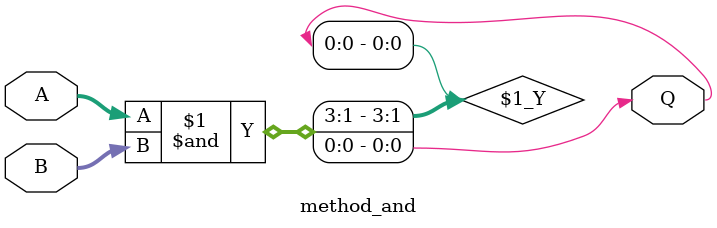
<source format=sv>
module method_and#(parameter N=4)(A,B,Q);
	
	input logic [N-1:0] A;
	input logic [N-1:0] B;
	output logic Q;
	
	assign Q = A & B;
	
endmodule

</source>
